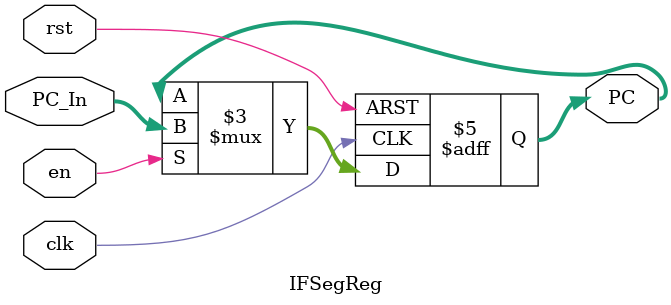
<source format=v>
module IFSegReg(
    input wire clk,
    input wire rst,
    input wire en,
    input wire [31:0] PC_In,
    output reg [31:0] PC
    );
    
    always@(posedge clk or posedge rst)
    begin
        if(rst)
            PC<=32'b0;
        else 
        begin
            if(en)
                PC<=PC_In;
            else
                PC<=PC;        
        end
    end
    
endmodule
</source>
